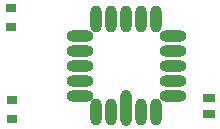
<source format=gtp>
G04*
G04 #@! TF.GenerationSoftware,Altium Limited,Altium Designer,22.0.2 (36)*
G04*
G04 Layer_Color=8421504*
%FSLAX25Y25*%
%MOIN*%
G70*
G04*
G04 #@! TF.SameCoordinates,765FD517-A851-424C-B14A-FD8E0EA29084*
G04*
G04*
G04 #@! TF.FilePolarity,Positive*
G04*
G01*
G75*
%ADD12O,0.03740X0.12205*%
%ADD13O,0.03740X0.09055*%
%ADD14O,0.09055X0.03740*%
%ADD15R,0.03898X0.03071*%
%ADD16R,0.03661X0.03110*%
D12*
X245000Y381024D02*
D03*
D13*
X250000Y379449D02*
D03*
X255000D02*
D03*
X240000D02*
D03*
X235000D02*
D03*
Y410551D02*
D03*
X240000D02*
D03*
X245000D02*
D03*
X250000D02*
D03*
X255000D02*
D03*
D14*
X229449Y385000D02*
D03*
Y390000D02*
D03*
Y395000D02*
D03*
Y400000D02*
D03*
Y405000D02*
D03*
X260551D02*
D03*
Y400000D02*
D03*
Y395000D02*
D03*
Y390000D02*
D03*
Y385000D02*
D03*
D15*
X272500Y378744D02*
D03*
Y384256D02*
D03*
D16*
X207000Y383728D02*
D03*
Y377272D02*
D03*
X206500Y407772D02*
D03*
Y414228D02*
D03*
M02*

</source>
